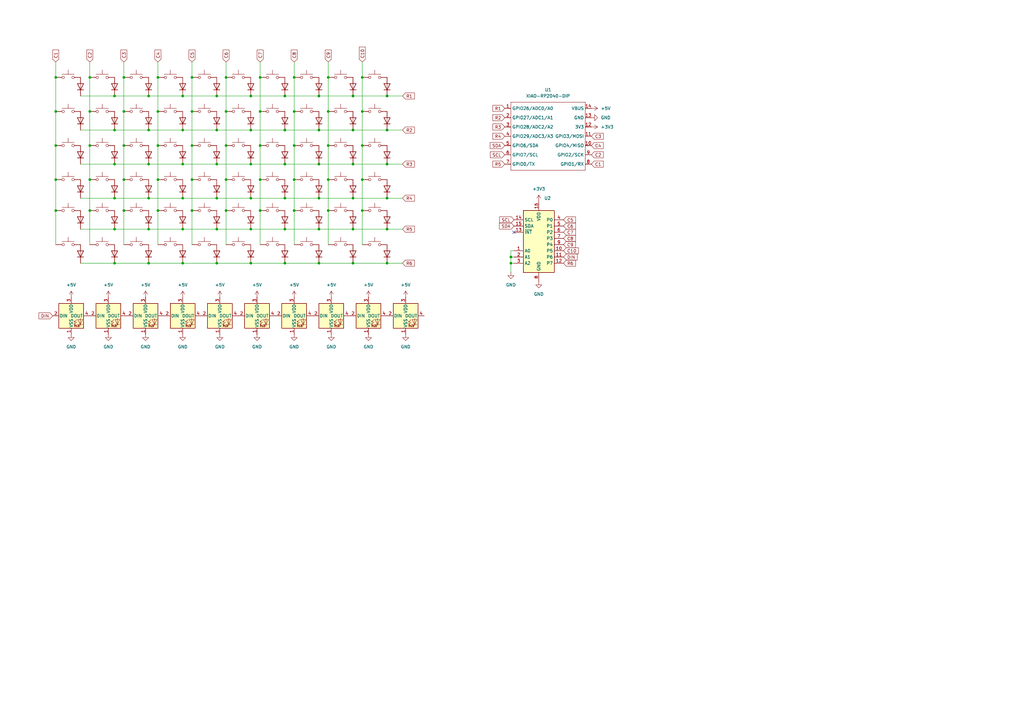
<source format=kicad_sch>
(kicad_sch (version 20231120) (generator "eeschema") (generator_version "8.0")
  (paper "A3")
  (junction (at 148.59 86.36))
  (junction (at 88.9 93.98))
  (junction (at 130.81 39.37))
  (junction (at 64.77 45.72))
  (junction (at 22.86 31.75))
  (junction (at 22.86 86.36))
  (junction (at 64.77 59.69))
  (junction (at 46.99 81.28))
  (junction (at 158.75 67.31))
  (junction (at 74.93 53.34))
  (junction (at 60.96 67.31))
  (junction (at 116.84 107.95))
  (junction (at 148.59 73.66))
  (junction (at 22.86 45.72))
  (junction (at 36.83 45.72))
  (junction (at 134.62 59.69))
  (junction (at 116.84 67.31))
  (junction (at 158.75 81.28))
  (junction (at 64.77 73.66))
  (junction (at 78.74 45.72))
  (junction (at 116.84 39.37))
  (junction (at 158.75 53.34))
  (junction (at 60.96 107.95))
  (junction (at 209.55 105.41))
  (junction (at 158.75 93.98))
  (junction (at 74.93 39.37))
  (junction (at 50.8 59.69))
  (junction (at 88.9 39.37))
  (junction (at 64.77 86.36))
  (junction (at 46.99 67.31))
  (junction (at 36.83 73.66))
  (junction (at 102.87 107.95))
  (junction (at 46.99 93.98))
  (junction (at 102.87 81.28))
  (junction (at 36.83 59.69))
  (junction (at 60.96 53.34))
  (junction (at 88.9 81.28))
  (junction (at 46.99 39.37))
  (junction (at 120.65 31.75))
  (junction (at 120.65 73.66))
  (junction (at 92.71 31.75))
  (junction (at 78.74 86.36))
  (junction (at 106.68 59.69))
  (junction (at 130.81 53.34))
  (junction (at 22.86 73.66))
  (junction (at 36.83 86.36))
  (junction (at 134.62 45.72))
  (junction (at 144.78 67.31))
  (junction (at 88.9 107.95))
  (junction (at 36.83 31.75))
  (junction (at 92.71 73.66))
  (junction (at 144.78 107.95))
  (junction (at 78.74 59.69))
  (junction (at 130.81 81.28))
  (junction (at 120.65 86.36))
  (junction (at 74.93 93.98))
  (junction (at 64.77 31.75))
  (junction (at 106.68 86.36))
  (junction (at 106.68 45.72))
  (junction (at 74.93 67.31))
  (junction (at 130.81 107.95))
  (junction (at 22.86 59.69))
  (junction (at 106.68 31.75))
  (junction (at 158.75 39.37))
  (junction (at 116.84 81.28))
  (junction (at 130.81 67.31))
  (junction (at 60.96 81.28))
  (junction (at 102.87 93.98))
  (junction (at 50.8 86.36))
  (junction (at 134.62 31.75))
  (junction (at 46.99 53.34))
  (junction (at 50.8 45.72))
  (junction (at 106.68 73.66))
  (junction (at 74.93 81.28))
  (junction (at 92.71 45.72))
  (junction (at 144.78 81.28))
  (junction (at 116.84 53.34))
  (junction (at 144.78 53.34))
  (junction (at 92.71 86.36))
  (junction (at 144.78 39.37))
  (junction (at 92.71 59.69))
  (junction (at 134.62 73.66))
  (junction (at 102.87 39.37))
  (junction (at 116.84 93.98))
  (junction (at 144.78 93.98))
  (junction (at 158.75 107.95))
  (junction (at 78.74 73.66))
  (junction (at 88.9 53.34))
  (junction (at 148.59 31.75))
  (junction (at 209.55 107.95))
  (junction (at 46.99 107.95))
  (junction (at 120.65 45.72))
  (junction (at 148.59 59.69))
  (junction (at 130.81 93.98))
  (junction (at 102.87 53.34))
  (junction (at 120.65 59.69))
  (junction (at 78.74 31.75))
  (junction (at 148.59 45.72))
  (junction (at 60.96 93.98))
  (junction (at 88.9 67.31))
  (junction (at 50.8 31.75))
  (junction (at 50.8 73.66))
  (junction (at 74.93 107.95))
  (junction (at 102.87 67.31))
  (junction (at 60.96 39.37))
  (junction (at 134.62 86.36))
  (no_connect (at 210.82 95.25))
  (wire (pts (xy 74.93 81.28) (xy 88.9 81.28)))
  (wire (pts (xy 22.86 45.72) (xy 22.86 59.69)))
  (wire (pts (xy 33.02 53.34) (xy 46.99 53.34)))
  (wire (pts (xy 88.9 107.95) (xy 102.87 107.95)))
  (wire (pts (xy 78.74 25.4) (xy 78.74 31.75)))
  (wire (pts (xy 64.77 31.75) (xy 64.77 45.72)))
  (wire (pts (xy 130.81 53.34) (xy 144.78 53.34)))
  (wire (pts (xy 36.83 45.72) (xy 36.83 59.69)))
  (wire (pts (xy 144.78 107.95) (xy 158.75 107.95)))
  (wire (pts (xy 144.78 81.28) (xy 158.75 81.28)))
  (wire (pts (xy 148.59 86.36) (xy 148.59 100.33)))
  (wire (pts (xy 50.8 31.75) (xy 50.8 45.72)))
  (wire (pts (xy 148.59 45.72) (xy 148.59 59.69)))
  (wire (pts (xy 46.99 39.37) (xy 60.96 39.37)))
  (wire (pts (xy 134.62 73.66) (xy 134.62 86.36)))
  (wire (pts (xy 106.68 31.75) (xy 106.68 45.72)))
  (wire (pts (xy 144.78 93.98) (xy 158.75 93.98)))
  (wire (pts (xy 50.8 73.66) (xy 50.8 86.36)))
  (wire (pts (xy 33.02 107.95) (xy 46.99 107.95)))
  (wire (pts (xy 64.77 73.66) (xy 64.77 86.36)))
  (wire (pts (xy 50.8 59.69) (xy 50.8 73.66)))
  (wire (pts (xy 158.75 39.37) (xy 165.1 39.37)))
  (wire (pts (xy 120.65 73.66) (xy 120.65 86.36)))
  (wire (pts (xy 120.65 31.75) (xy 120.65 45.72)))
  (wire (pts (xy 46.99 81.28) (xy 60.96 81.28)))
  (wire (pts (xy 88.9 81.28) (xy 102.87 81.28)))
  (wire (pts (xy 36.83 86.36) (xy 36.83 100.33)))
  (wire (pts (xy 148.59 25.4) (xy 148.59 31.75)))
  (wire (pts (xy 92.71 31.75) (xy 92.71 45.72)))
  (wire (pts (xy 209.55 102.87) (xy 210.82 102.87)))
  (wire (pts (xy 60.96 107.95) (xy 74.93 107.95)))
  (wire (pts (xy 60.96 39.37) (xy 74.93 39.37)))
  (wire (pts (xy 130.81 107.95) (xy 144.78 107.95)))
  (wire (pts (xy 74.93 53.34) (xy 88.9 53.34)))
  (wire (pts (xy 116.84 39.37) (xy 130.81 39.37)))
  (wire (pts (xy 22.86 86.36) (xy 22.86 100.33)))
  (wire (pts (xy 78.74 31.75) (xy 78.74 45.72)))
  (wire (pts (xy 36.83 31.75) (xy 36.83 45.72)))
  (wire (pts (xy 50.8 45.72) (xy 50.8 59.69)))
  (wire (pts (xy 134.62 59.69) (xy 134.62 73.66)))
  (wire (pts (xy 106.68 25.4) (xy 106.68 31.75)))
  (wire (pts (xy 36.83 73.66) (xy 36.83 86.36)))
  (wire (pts (xy 158.75 93.98) (xy 165.1 93.98)))
  (wire (pts (xy 120.65 25.4) (xy 120.65 31.75)))
  (wire (pts (xy 116.84 81.28) (xy 130.81 81.28)))
  (wire (pts (xy 148.59 59.69) (xy 148.59 73.66)))
  (wire (pts (xy 92.71 73.66) (xy 92.71 86.36)))
  (wire (pts (xy 102.87 67.31) (xy 116.84 67.31)))
  (wire (pts (xy 74.93 107.95) (xy 88.9 107.95)))
  (wire (pts (xy 120.65 86.36) (xy 120.65 100.33)))
  (wire (pts (xy 102.87 39.37) (xy 116.84 39.37)))
  (wire (pts (xy 22.86 73.66) (xy 22.86 86.36)))
  (wire (pts (xy 116.84 107.95) (xy 130.81 107.95)))
  (wire (pts (xy 60.96 53.34) (xy 74.93 53.34)))
  (wire (pts (xy 134.62 31.75) (xy 134.62 45.72)))
  (wire (pts (xy 116.84 53.34) (xy 130.81 53.34)))
  (wire (pts (xy 148.59 73.66) (xy 148.59 86.36)))
  (wire (pts (xy 130.81 93.98) (xy 144.78 93.98)))
  (wire (pts (xy 50.8 25.4) (xy 50.8 31.75)))
  (wire (pts (xy 106.68 59.69) (xy 106.68 73.66)))
  (wire (pts (xy 209.55 105.41) (xy 210.82 105.41)))
  (wire (pts (xy 22.86 31.75) (xy 22.86 45.72)))
  (wire (pts (xy 134.62 25.4) (xy 134.62 31.75)))
  (wire (pts (xy 102.87 53.34) (xy 116.84 53.34)))
  (wire (pts (xy 158.75 67.31) (xy 165.1 67.31)))
  (wire (pts (xy 209.55 102.87) (xy 209.55 105.41)))
  (wire (pts (xy 134.62 86.36) (xy 134.62 100.33)))
  (wire (pts (xy 120.65 59.69) (xy 120.65 73.66)))
  (wire (pts (xy 209.55 105.41) (xy 209.55 107.95)))
  (wire (pts (xy 33.02 39.37) (xy 46.99 39.37)))
  (wire (pts (xy 46.99 93.98) (xy 60.96 93.98)))
  (wire (pts (xy 50.8 86.36) (xy 50.8 100.33)))
  (wire (pts (xy 158.75 81.28) (xy 165.1 81.28)))
  (wire (pts (xy 78.74 59.69) (xy 78.74 73.66)))
  (wire (pts (xy 144.78 39.37) (xy 158.75 39.37)))
  (wire (pts (xy 116.84 93.98) (xy 130.81 93.98)))
  (wire (pts (xy 92.71 25.4) (xy 92.71 31.75)))
  (wire (pts (xy 78.74 86.36) (xy 78.74 100.33)))
  (wire (pts (xy 46.99 53.34) (xy 60.96 53.34)))
  (wire (pts (xy 106.68 73.66) (xy 106.68 86.36)))
  (wire (pts (xy 60.96 81.28) (xy 74.93 81.28)))
  (wire (pts (xy 64.77 45.72) (xy 64.77 59.69)))
  (wire (pts (xy 148.59 31.75) (xy 148.59 45.72)))
  (wire (pts (xy 130.81 67.31) (xy 144.78 67.31)))
  (wire (pts (xy 158.75 107.95) (xy 165.1 107.95)))
  (wire (pts (xy 74.93 39.37) (xy 88.9 39.37)))
  (wire (pts (xy 144.78 53.34) (xy 158.75 53.34)))
  (wire (pts (xy 60.96 67.31) (xy 74.93 67.31)))
  (wire (pts (xy 209.55 107.95) (xy 210.82 107.95)))
  (wire (pts (xy 33.02 81.28) (xy 46.99 81.28)))
  (wire (pts (xy 33.02 67.31) (xy 46.99 67.31)))
  (wire (pts (xy 60.96 93.98) (xy 74.93 93.98)))
  (wire (pts (xy 88.9 93.98) (xy 102.87 93.98)))
  (wire (pts (xy 102.87 81.28) (xy 116.84 81.28)))
  (wire (pts (xy 33.02 93.98) (xy 46.99 93.98)))
  (wire (pts (xy 22.86 25.4) (xy 22.86 31.75)))
  (wire (pts (xy 130.81 81.28) (xy 144.78 81.28)))
  (wire (pts (xy 88.9 67.31) (xy 102.87 67.31)))
  (wire (pts (xy 102.87 93.98) (xy 116.84 93.98)))
  (wire (pts (xy 64.77 86.36) (xy 64.77 100.33)))
  (wire (pts (xy 209.55 107.95) (xy 209.55 111.76)))
  (wire (pts (xy 74.93 67.31) (xy 88.9 67.31)))
  (wire (pts (xy 88.9 39.37) (xy 102.87 39.37)))
  (wire (pts (xy 78.74 45.72) (xy 78.74 59.69)))
  (wire (pts (xy 92.71 86.36) (xy 92.71 100.33)))
  (wire (pts (xy 36.83 25.4) (xy 36.83 31.75)))
  (wire (pts (xy 64.77 25.4) (xy 64.77 31.75)))
  (wire (pts (xy 36.83 59.69) (xy 36.83 73.66)))
  (wire (pts (xy 22.86 59.69) (xy 22.86 73.66)))
  (wire (pts (xy 64.77 59.69) (xy 64.77 73.66)))
  (wire (pts (xy 144.78 67.31) (xy 158.75 67.31)))
  (wire (pts (xy 158.75 53.34) (xy 165.1 53.34)))
  (wire (pts (xy 120.65 45.72) (xy 120.65 59.69)))
  (wire (pts (xy 78.74 73.66) (xy 78.74 86.36)))
  (wire (pts (xy 88.9 53.34) (xy 102.87 53.34)))
  (wire (pts (xy 106.68 45.72) (xy 106.68 59.69)))
  (wire (pts (xy 74.93 93.98) (xy 88.9 93.98)))
  (wire (pts (xy 130.81 39.37) (xy 144.78 39.37)))
  (wire (pts (xy 46.99 67.31) (xy 60.96 67.31)))
  (wire (pts (xy 92.71 59.69) (xy 92.71 73.66)))
  (wire (pts (xy 116.84 67.31) (xy 130.81 67.31)))
  (wire (pts (xy 46.99 107.95) (xy 60.96 107.95)))
  (wire (pts (xy 102.87 107.95) (xy 116.84 107.95)))
  (wire (pts (xy 106.68 86.36) (xy 106.68 100.33)))
  (wire (pts (xy 92.71 45.72) (xy 92.71 59.69)))
  (wire (pts (xy 134.62 45.72) (xy 134.62 59.69)))
  (global_label "C5" (shape input) (at 78.74 25.4 90) (property "Intersheetrefs" "${INTERSHEET_REFS}" (effects (hide yes))))
  (global_label "R2" (shape input) (at 207.01 48.26 180) (property "Intersheetrefs" "${INTERSHEET_REFS}" (effects (hide yes))))
  (global_label "C2" (shape input) (at 242.57 63.5 0) (property "Intersheetrefs" "${INTERSHEET_REFS}" (effects (hide yes))))
  (global_label "C1" (shape input) (at 22.86 25.4 90) (property "Intersheetrefs" "${INTERSHEET_REFS}" (effects (hide yes))))
  (global_label "C10" (shape input) (at 148.59 25.4 90) (property "Intersheetrefs" "${INTERSHEET_REFS}" (effects (hide yes))))
  (global_label "C7" (shape input) (at 231.14 95.25 0) (property "Intersheetrefs" "${INTERSHEET_REFS}" (effects (hide yes))))
  (global_label "R3" (shape input) (at 165.1 67.31 0) (property "Intersheetrefs" "${INTERSHEET_REFS}" (effects (hide yes))))
  (global_label "C3" (shape input) (at 242.57 55.88 0) (property "Intersheetrefs" "${INTERSHEET_REFS}" (effects (hide yes))))
  (global_label "R6" (shape input) (at 231.14 107.95 0) (property "Intersheetrefs" "${INTERSHEET_REFS}" (effects (hide yes))))
  (global_label "C6" (shape input) (at 92.71 25.4 90) (property "Intersheetrefs" "${INTERSHEET_REFS}" (effects (hide yes))))
  (global_label "R4" (shape input) (at 207.01 55.88 180) (property "Intersheetrefs" "${INTERSHEET_REFS}" (effects (hide yes))))
  (global_label "C8" (shape input) (at 231.14 97.79 0) (property "Intersheetrefs" "${INTERSHEET_REFS}" (effects (hide yes))))
  (global_label "DIN" (shape input) (at 21.59 129.54 180) (property "Intersheetrefs" "${INTERSHEET_REFS}" (effects (hide yes))))
  (global_label "C8" (shape input) (at 120.65 25.4 90) (property "Intersheetrefs" "${INTERSHEET_REFS}" (effects (hide yes))))
  (global_label "R6" (shape input) (at 165.1 107.95 0) (property "Intersheetrefs" "${INTERSHEET_REFS}" (effects (hide yes))))
  (global_label "C7" (shape input) (at 106.68 25.4 90) (property "Intersheetrefs" "${INTERSHEET_REFS}" (effects (hide yes))))
  (global_label "C10" (shape input) (at 231.14 102.87 0) (property "Intersheetrefs" "${INTERSHEET_REFS}" (effects (hide yes))))
  (global_label "C3" (shape input) (at 50.8 25.4 90) (property "Intersheetrefs" "${INTERSHEET_REFS}" (effects (hide yes))))
  (global_label "C4" (shape input) (at 64.77 25.4 90) (property "Intersheetrefs" "${INTERSHEET_REFS}" (effects (hide yes))))
  (global_label "R5" (shape input) (at 207.01 67.31 180) (property "Intersheetrefs" "${INTERSHEET_REFS}" (effects (hide yes))))
  (global_label "C6" (shape input) (at 231.14 92.71 0) (property "Intersheetrefs" "${INTERSHEET_REFS}" (effects (hide yes))))
  (global_label "C9" (shape input) (at 231.14 100.33 0) (property "Intersheetrefs" "${INTERSHEET_REFS}" (effects (hide yes))))
  (global_label "SDA" (shape input) (at 207.01 59.69 180) (property "Intersheetrefs" "${INTERSHEET_REFS}" (effects (hide yes))))
  (global_label "SCL" (shape input) (at 207.01 63.5 180) (property "Intersheetrefs" "${INTERSHEET_REFS}" (effects (hide yes))))
  (global_label "R3" (shape input) (at 207.01 52.07 180) (property "Intersheetrefs" "${INTERSHEET_REFS}" (effects (hide yes))))
  (global_label "R2" (shape input) (at 165.1 53.34 0) (property "Intersheetrefs" "${INTERSHEET_REFS}" (effects (hide yes))))
  (global_label "SCL" (shape input) (at 210.82 90.17 180) (property "Intersheetrefs" "${INTERSHEET_REFS}" (effects (hide yes))))
  (global_label "R4" (shape input) (at 165.1 81.28 0) (property "Intersheetrefs" "${INTERSHEET_REFS}" (effects (hide yes))))
  (global_label "C1" (shape input) (at 242.57 67.31 0) (property "Intersheetrefs" "${INTERSHEET_REFS}" (effects (hide yes))))
  (global_label "C9" (shape input) (at 134.62 25.4 90) (property "Intersheetrefs" "${INTERSHEET_REFS}" (effects (hide yes))))
  (global_label "C2" (shape input) (at 36.83 25.4 90) (property "Intersheetrefs" "${INTERSHEET_REFS}" (effects (hide yes))))
  (global_label "SDA" (shape input) (at 210.82 92.71 180) (property "Intersheetrefs" "${INTERSHEET_REFS}" (effects (hide yes))))
  (global_label "R5" (shape input) (at 165.1 93.98 0) (property "Intersheetrefs" "${INTERSHEET_REFS}" (effects (hide yes))))
  (global_label "DIN" (shape input) (at 231.14 105.41 0) (property "Intersheetrefs" "${INTERSHEET_REFS}" (effects (hide yes))))
  (global_label "R1" (shape input) (at 165.1 39.37 0) (property "Intersheetrefs" "${INTERSHEET_REFS}" (effects (hide yes))))
  (global_label "R1" (shape input) (at 207.01 44.45 180) (property "Intersheetrefs" "${INTERSHEET_REFS}" (effects (hide yes))))
  (global_label "C4" (shape input) (at 242.57 59.69 0) (property "Intersheetrefs" "${INTERSHEET_REFS}" (effects (hide yes))))
  (global_label "C5" (shape input) (at 231.14 90.17 0) (property "Intersheetrefs" "${INTERSHEET_REFS}" (effects (hide yes))))
  (symbol (lib_id "Switch:SW_Push") (at 139.7 45.72 0) (unit 1)
    (property "Reference" "SW42" (effects (hide yes)))
    (property "Value" "SW_Push" (effects (hide yes)))
    (property "Footprint" "button:SW_B3U-1000P" (effects (hide yes)))
    (property "Description" "Push button switch, generic, two pins" (effects (hide yes)))
  )
  (symbol (lib_id "Device:D") (at 116.84 63.5 90) (unit 1)
    (property "Reference" "D33" (effects (hide yes)))
    (property "Value" "D" (effects (hide yes)))
    (property "Footprint" "Diode_SMD:D_0402_1005Metric" (effects (hide yes)))
    (property "Description" "Diode" (effects (hide yes)))
    (property "Sim.Device" "D" (effects (hide yes)))
    (property "Sim.Pins" "1=K 2=A" (effects (hide yes)))
  )
  (symbol (lib_id "Switch:SW_Push") (at 111.76 31.75 0) (unit 1)
    (property "Reference" "SW31" (effects (hide yes)))
    (property "Value" "SW_Push" (effects (hide yes)))
    (property "Footprint" "button:SW_B3U-1000P" (effects (hide yes)))
    (property "Description" "Push button switch, generic, two pins" (effects (hide yes)))
  )
  (symbol (lib_id "Switch:SW_Push") (at 111.76 100.33 0) (unit 1)
    (property "Reference" "SW57" (effects (hide yes)))
    (property "Value" "SW_Push" (effects (hide yes)))
    (property "Footprint" "button:SW_B3U-1000P" (effects (hide yes)))
    (property "Description" "Push button switch, generic, two pins" (effects (hide yes)))
  )
  (symbol (lib_id "Switch:SW_Push") (at 55.88 59.69 0) (unit 1)
    (property "Reference" "SW13" (effects (hide yes)))
    (property "Value" "SW_Push" (effects (hide yes)))
    (property "Footprint" "button:SW_B3U-1000P" (effects (hide yes)))
    (property "Description" "Push button switch, generic, two pins" (effects (hide yes)))
  )
  (symbol (lib_id "Device:D") (at 144.78 90.17 90) (unit 1)
    (property "Reference" "D45" (effects (hide yes)))
    (property "Value" "D" (effects (hide yes)))
    (property "Footprint" "Diode_SMD:D_0402_1005Metric" (effects (hide yes)))
    (property "Description" "Diode" (effects (hide yes)))
    (property "Sim.Device" "D" (effects (hide yes)))
    (property "Sim.Pins" "1=K 2=A" (effects (hide yes)))
  )
  (symbol (lib_id "Switch:SW_Push") (at 153.67 31.75 0) (unit 1)
    (property "Reference" "SW46" (effects (hide yes)))
    (property "Value" "SW_Push" (effects (hide yes)))
    (property "Footprint" "button:SW_B3U-1000P" (effects (hide yes)))
    (property "Description" "Push button switch, generic, two pins" (effects (hide yes)))
  )
  (symbol (lib_id "Switch:SW_Push") (at 97.79 31.75 0) (unit 1)
    (property "Reference" "SW26" (effects (hide yes)))
    (property "Value" "SW_Push" (effects (hide yes)))
    (property "Footprint" "button:SW_B3U-1000P" (effects (hide yes)))
    (property "Description" "Push button switch, generic, two pins" (effects (hide yes)))
  )
  (symbol (lib_id "Device:D") (at 74.93 90.17 90) (unit 1)
    (property "Reference" "D20" (effects (hide yes)))
    (property "Value" "D" (effects (hide yes)))
    (property "Footprint" "Diode_SMD:D_0402_1005Metric" (effects (hide yes)))
    (property "Description" "Diode" (effects (hide yes)))
    (property "Sim.Device" "D" (effects (hide yes)))
    (property "Sim.Pins" "1=K 2=A" (effects (hide yes)))
  )
  (symbol (lib_id "power:+5V") (at 242.57 44.45 270) (unit 1)
    (property "Reference" "#PWR06" (effects (hide yes)))
    (property "Value" "+5V" (at 246.38 44.4499 90) (effects (justify left)))
    (property "Description" "Power symbol creates a global label with name \"+5V\"" (effects (hide yes)))
  )
  (symbol (lib_id "power:+5V") (at 90.17 121.92 0) (unit 1)
    (property "Reference" "#PWR015" (effects (hide yes)))
    (property "Value" "+5V" (at 90.17 116.84 0))
    (property "Description" "Power symbol creates a global label with name \"+5V\"" (effects (hide yes)))
  )
  (symbol (lib_id "Device:D") (at 74.93 35.56 90) (unit 1)
    (property "Reference" "D16" (effects (hide yes)))
    (property "Value" "D" (effects (hide yes)))
    (property "Footprint" "Diode_SMD:D_0402_1005Metric" (effects (hide yes)))
    (property "Description" "Diode" (effects (hide yes)))
    (property "Sim.Device" "D" (effects (hide yes)))
    (property "Sim.Pins" "1=K 2=A" (effects (hide yes)))
  )
  (symbol (lib_id "Switch:SW_Push") (at 153.67 73.66 0) (unit 1)
    (property "Reference" "SW49" (effects (hide yes)))
    (property "Value" "SW_Push" (effects (hide yes)))
    (property "Footprint" "button:SW_B3U-1000P" (effects (hide yes)))
    (property "Description" "Push button switch, generic, two pins" (effects (hide yes)))
  )
  (symbol (lib_id "Switch:SW_Push") (at 41.91 73.66 0) (unit 1)
    (property "Reference" "SW9" (effects (hide yes)))
    (property "Value" "SW_Push" (effects (hide yes)))
    (property "Footprint" "button:SW_B3U-1000P" (effects (hide yes)))
    (property "Description" "Push button switch, generic, two pins" (effects (hide yes)))
  )
  (symbol (lib_id "power:GND") (at 44.45 137.16 0) (unit 1)
    (property "Reference" "#PWR09" (effects (hide yes)))
    (property "Value" "GND" (at 44.45 142.24 0))
    (property "Description" "Power symbol creates a global label with name \"GND\" , ground" (effects (hide yes)))
  )
  (symbol (lib_id "Device:D") (at 33.02 90.17 90) (unit 1)
    (property "Reference" "D5" (effects (hide yes)))
    (property "Value" "D" (effects (hide yes)))
    (property "Footprint" "Diode_SMD:D_0402_1005Metric" (effects (hide yes)))
    (property "Description" "Diode" (effects (hide yes)))
    (property "Sim.Device" "D" (effects (hide yes)))
    (property "Sim.Pins" "1=K 2=A" (effects (hide yes)))
  )
  (symbol (lib_id "Device:D") (at 60.96 90.17 90) (unit 1)
    (property "Reference" "D15" (effects (hide yes)))
    (property "Value" "D" (effects (hide yes)))
    (property "Footprint" "Diode_SMD:D_0402_1005Metric" (effects (hide yes)))
    (property "Description" "Diode" (effects (hide yes)))
    (property "Sim.Device" "D" (effects (hide yes)))
    (property "Sim.Pins" "1=K 2=A" (effects (hide yes)))
  )
  (symbol (lib_id "Switch:SW_Push") (at 111.76 73.66 0) (unit 1)
    (property "Reference" "SW34" (effects (hide yes)))
    (property "Value" "SW_Push" (effects (hide yes)))
    (property "Footprint" "button:SW_B3U-1000P" (effects (hide yes)))
    (property "Description" "Push button switch, generic, two pins" (effects (hide yes)))
  )
  (symbol (lib_id "power:GND") (at 74.93 137.16 0) (unit 1)
    (property "Reference" "#PWR014" (effects (hide yes)))
    (property "Value" "GND" (at 74.93 142.24 0))
    (property "Description" "Power symbol creates a global label with name \"GND\" , ground" (effects (hide yes)))
  )
  (symbol (lib_id "power:+5V") (at 135.89 121.92 0) (unit 1)
    (property "Reference" "#PWR021" (effects (hide yes)))
    (property "Value" "+5V" (at 135.89 116.84 0))
    (property "Description" "Power symbol creates a global label with name \"+5V\"" (effects (hide yes)))
  )
  (symbol (lib_id "Switch:SW_Push") (at 125.73 31.75 0) (unit 1)
    (property "Reference" "SW36" (effects (hide yes)))
    (property "Value" "SW_Push" (effects (hide yes)))
    (property "Footprint" "button:SW_B3U-1000P" (effects (hide yes)))
    (property "Description" "Push button switch, generic, two pins" (effects (hide yes)))
  )
  (symbol (lib_id "Seeed_Studio_XIAO_Series:XIAO-RP2040-DIP") (at 210.82 39.37 0) (unit 1)
    (property "Reference" "U1" (at 224.79 36.83 0))
    (property "Value" "XIAO-RP2040-DIP" (at 224.79 39.37 0))
    (property "Footprint" "xiao:XIAO-RP2040-DIP" (effects (hide yes)))
  )
  (symbol (lib_id "Switch:SW_Push") (at 27.94 73.66 0) (unit 1)
    (property "Reference" "SW4" (effects (hide yes)))
    (property "Value" "SW_Push" (effects (hide yes)))
    (property "Footprint" "button:SW_B3U-1000P" (effects (hide yes)))
    (property "Description" "Push button switch, generic, two pins" (effects (hide yes)))
  )
  (symbol (lib_id "Switch:SW_Push") (at 111.76 86.36 0) (unit 1)
    (property "Reference" "SW35" (effects (hide yes)))
    (property "Value" "SW_Push" (effects (hide yes)))
    (property "Footprint" "button:SW_B3U-1000P" (effects (hide yes)))
    (property "Description" "Push button switch, generic, two pins" (effects (hide yes)))
  )
  (symbol (lib_id "Device:D") (at 60.96 49.53 90) (unit 1)
    (property "Reference" "D12" (effects (hide yes)))
    (property "Value" "D" (effects (hide yes)))
    (property "Footprint" "Diode_SMD:D_0402_1005Metric" (effects (hide yes)))
    (property "Description" "Diode" (effects (hide yes)))
    (property "Sim.Device" "D" (effects (hide yes)))
    (property "Sim.Pins" "1=K 2=A" (effects (hide yes)))
  )
  (symbol (lib_id "Device:D") (at 130.81 77.47 90) (unit 1)
    (property "Reference" "D39" (effects (hide yes)))
    (property "Value" "D" (effects (hide yes)))
    (property "Footprint" "Diode_SMD:D_0402_1005Metric" (effects (hide yes)))
    (property "Description" "Diode" (effects (hide yes)))
    (property "Sim.Device" "D" (effects (hide yes)))
    (property "Sim.Pins" "1=K 2=A" (effects (hide yes)))
  )
  (symbol (lib_id "Device:D") (at 116.84 77.47 90) (unit 1)
    (property "Reference" "D34" (effects (hide yes)))
    (property "Value" "D" (effects (hide yes)))
    (property "Footprint" "Diode_SMD:D_0402_1005Metric" (effects (hide yes)))
    (property "Description" "Diode" (effects (hide yes)))
    (property "Sim.Device" "D" (effects (hide yes)))
    (property "Sim.Pins" "1=K 2=A" (effects (hide yes)))
  )
  (symbol (lib_id "Switch:SW_Push") (at 139.7 86.36 0) (unit 1)
    (property "Reference" "SW45" (effects (hide yes)))
    (property "Value" "SW_Push" (effects (hide yes)))
    (property "Footprint" "button:SW_B3U-1000P" (effects (hide yes)))
    (property "Description" "Push button switch, generic, two pins" (effects (hide yes)))
  )
  (symbol (lib_id "LED:SK6812") (at 44.45 129.54 0) (unit 1)
    (property "Reference" "D52" (effects (hide yes)))
    (property "Value" "SK6812" (effects (hide yes)))
    (property "Footprint" "LED_SMD:LED_SK6812_PLCC4_5.0x5.0mm_P3.2mm" (effects (hide yes)))
    (property "Datasheet" "https://cdn-shop.adafruit.com/product-files/1138/SK6812+LED+datasheet+.pdf" (effects (hide yes)))
    (property "Description" "RGB LED with integrated controller" (effects (hide yes)))
  )
  (symbol (lib_id "Device:D") (at 88.9 104.14 90) (unit 1)
    (property "Reference" "D65" (effects (hide yes)))
    (property "Value" "D" (effects (hide yes)))
    (property "Footprint" "Diode_SMD:D_0402_1005Metric" (effects (hide yes)))
    (property "Description" "Diode" (effects (hide yes)))
    (property "Sim.Device" "D" (effects (hide yes)))
    (property "Sim.Pins" "1=K 2=A" (effects (hide yes)))
  )
  (symbol (lib_id "Device:D") (at 88.9 49.53 90) (unit 1)
    (property "Reference" "D22" (effects (hide yes)))
    (property "Value" "D" (effects (hide yes)))
    (property "Footprint" "Diode_SMD:D_0402_1005Metric" (effects (hide yes)))
    (property "Description" "Diode" (effects (hide yes)))
    (property "Sim.Device" "D" (effects (hide yes)))
    (property "Sim.Pins" "1=K 2=A" (effects (hide yes)))
  )
  (symbol (lib_id "Switch:SW_Push") (at 55.88 73.66 0) (unit 1)
    (property "Reference" "SW14" (effects (hide yes)))
    (property "Value" "SW_Push" (effects (hide yes)))
    (property "Footprint" "button:SW_B3U-1000P" (effects (hide yes)))
    (property "Description" "Push button switch, generic, two pins" (effects (hide yes)))
  )
  (symbol (lib_id "LED:SK6812") (at 105.41 129.54 0) (unit 1)
    (property "Reference" "D56" (effects (hide yes)))
    (property "Value" "SK6812" (effects (hide yes)))
    (property "Footprint" "LED_SMD:LED_SK6812_PLCC4_5.0x5.0mm_P3.2mm" (effects (hide yes)))
    (property "Datasheet" "https://cdn-shop.adafruit.com/product-files/1138/SK6812+LED+datasheet+.pdf" (effects (hide yes)))
    (property "Description" "RGB LED with integrated controller" (effects (hide yes)))
  )
  (symbol (lib_id "Switch:SW_Push") (at 125.73 100.33 0) (unit 1)
    (property "Reference" "SW58" (effects (hide yes)))
    (property "Value" "SW_Push" (effects (hide yes)))
    (property "Footprint" "button:SW_B3U-1000P" (effects (hide yes)))
    (property "Description" "Push button switch, generic, two pins" (effects (hide yes)))
  )
  (symbol (lib_id "LED:SK6812") (at 59.69 129.54 0) (unit 1)
    (property "Reference" "D53" (effects (hide yes)))
    (property "Value" "SK6812" (effects (hide yes)))
    (property "Footprint" "LED_SMD:LED_SK6812_PLCC4_5.0x5.0mm_P3.2mm" (effects (hide yes)))
    (property "Datasheet" "https://cdn-shop.adafruit.com/product-files/1138/SK6812+LED+datasheet+.pdf" (effects (hide yes)))
    (property "Description" "RGB LED with integrated controller" (effects (hide yes)))
  )
  (symbol (lib_id "power:GND") (at 166.37 137.16 0) (unit 1)
    (property "Reference" "#PWR026" (effects (hide yes)))
    (property "Value" "GND" (at 166.37 142.24 0))
    (property "Description" "Power symbol creates a global label with name \"GND\" , ground" (effects (hide yes)))
  )
  (symbol (lib_id "Device:D") (at 60.96 77.47 90) (unit 1)
    (property "Reference" "D14" (effects (hide yes)))
    (property "Value" "D" (effects (hide yes)))
    (property "Footprint" "Diode_SMD:D_0402_1005Metric" (effects (hide yes)))
    (property "Description" "Diode" (effects (hide yes)))
    (property "Sim.Device" "D" (effects (hide yes)))
    (property "Sim.Pins" "1=K 2=A" (effects (hide yes)))
  )
  (symbol (lib_id "power:+3V3") (at 220.98 82.55 0) (unit 1)
    (property "Reference" "#PWR04" (effects (hide yes)))
    (property "Value" "+3V3" (at 220.98 77.47 0))
    (property "Description" "Power symbol creates a global label with name \"+3V3\"" (effects (hide yes)))
  )
  (symbol (lib_id "Switch:SW_Push") (at 97.79 73.66 0) (unit 1)
    (property "Reference" "SW29" (effects (hide yes)))
    (property "Value" "SW_Push" (effects (hide yes)))
    (property "Footprint" "button:SW_B3U-1000P" (effects (hide yes)))
    (property "Description" "Push button switch, generic, two pins" (effects (hide yes)))
  )
  (symbol (lib_id "power:GND") (at 120.65 137.16 0) (unit 1)
    (property "Reference" "#PWR020" (effects (hide yes)))
    (property "Value" "GND" (at 120.65 142.24 0))
    (property "Description" "Power symbol creates a global label with name \"GND\" , ground" (effects (hide yes)))
  )
  (symbol (lib_id "power:GND") (at 59.69 137.16 0) (unit 1)
    (property "Reference" "#PWR012" (effects (hide yes)))
    (property "Value" "GND" (at 59.69 142.24 0))
    (property "Description" "Power symbol creates a global label with name \"GND\" , ground" (effects (hide yes)))
  )
  (symbol (lib_id "power:GND") (at 242.57 48.26 90) (unit 1)
    (property "Reference" "#PWR05" (effects (hide yes)))
    (property "Value" "GND" (at 246.38 48.2599 90) (effects (justify right)))
    (property "Description" "Power symbol creates a global label with name \"GND\" , ground" (effects (hide yes)))
  )
  (symbol (lib_id "power:+5V") (at 151.13 121.92 0) (unit 1)
    (property "Reference" "#PWR023" (effects (hide yes)))
    (property "Value" "+5V" (at 151.13 116.84 0))
    (property "Description" "Power symbol creates a global label with name \"+5V\"" (effects (hide yes)))
  )
  (symbol (lib_id "Device:D") (at 88.9 77.47 90) (unit 1)
    (property "Reference" "D24" (effects (hide yes)))
    (property "Value" "D" (effects (hide yes)))
    (property "Footprint" "Diode_SMD:D_0402_1005Metric" (effects (hide yes)))
    (property "Description" "Diode" (effects (hide yes)))
    (property "Sim.Device" "D" (effects (hide yes)))
    (property "Sim.Pins" "1=K 2=A" (effects (hide yes)))
  )
  (symbol (lib_id "Device:D") (at 102.87 63.5 90) (unit 1)
    (property "Reference" "D28" (effects (hide yes)))
    (property "Value" "D" (effects (hide yes)))
    (property "Footprint" "Diode_SMD:D_0402_1005Metric" (effects (hide yes)))
    (property "Description" "Diode" (effects (hide yes)))
    (property "Sim.Device" "D" (effects (hide yes)))
    (property "Sim.Pins" "1=K 2=A" (effects (hide yes)))
  )
  (symbol (lib_id "Device:D") (at 158.75 90.17 90) (unit 1)
    (property "Reference" "D50" (effects (hide yes)))
    (property "Value" "D" (effects (hide yes)))
    (property "Footprint" "Diode_SMD:D_0402_1005Metric" (effects (hide yes)))
    (property "Description" "Diode" (effects (hide yes)))
    (property "Sim.Device" "D" (effects (hide yes)))
    (property "Sim.Pins" "1=K 2=A" (effects (hide yes)))
  )
  (symbol (lib_id "Device:D") (at 46.99 35.56 90) (unit 1)
    (property "Reference" "D6" (effects (hide yes)))
    (property "Value" "D" (effects (hide yes)))
    (property "Footprint" "Diode_SMD:D_0402_1005Metric" (effects (hide yes)))
    (property "Description" "Diode" (effects (hide yes)))
    (property "Sim.Device" "D" (effects (hide yes)))
    (property "Sim.Pins" "1=K 2=A" (effects (hide yes)))
  )
  (symbol (lib_id "Switch:SW_Push") (at 27.94 45.72 0) (unit 1)
    (property "Reference" "SW2" (effects (hide yes)))
    (property "Value" "SW_Push" (effects (hide yes)))
    (property "Footprint" "button:SW_B3U-1000P" (effects (hide yes)))
    (property "Description" "Push button switch, generic, two pins" (effects (hide yes)))
  )
  (symbol (lib_id "Device:D") (at 102.87 90.17 90) (unit 1)
    (property "Reference" "D30" (effects (hide yes)))
    (property "Value" "D" (effects (hide yes)))
    (property "Footprint" "Diode_SMD:D_0402_1005Metric" (effects (hide yes)))
    (property "Description" "Diode" (effects (hide yes)))
    (property "Sim.Device" "D" (effects (hide yes)))
    (property "Sim.Pins" "1=K 2=A" (effects (hide yes)))
  )
  (symbol (lib_id "power:+5V") (at 44.45 121.92 0) (unit 1)
    (property "Reference" "#PWR08" (effects (hide yes)))
    (property "Value" "+5V" (at 44.45 116.84 0))
    (property "Description" "Power symbol creates a global label with name \"+5V\"" (effects (hide yes)))
  )
  (symbol (lib_id "Switch:SW_Push") (at 55.88 86.36 0) (unit 1)
    (property "Reference" "SW15" (effects (hide yes)))
    (property "Value" "SW_Push" (effects (hide yes)))
    (property "Footprint" "button:SW_B3U-1000P" (effects (hide yes)))
    (property "Description" "Push button switch, generic, two pins" (effects (hide yes)))
  )
  (symbol (lib_id "Device:D") (at 130.81 90.17 90) (unit 1)
    (property "Reference" "D40" (effects (hide yes)))
    (property "Value" "D" (effects (hide yes)))
    (property "Footprint" "Diode_SMD:D_0402_1005Metric" (effects (hide yes)))
    (property "Description" "Diode" (effects (hide yes)))
    (property "Sim.Device" "D" (effects (hide yes)))
    (property "Sim.Pins" "1=K 2=A" (effects (hide yes)))
  )
  (symbol (lib_id "Switch:SW_Push") (at 83.82 31.75 0) (unit 1)
    (property "Reference" "SW21" (effects (hide yes)))
    (property "Value" "SW_Push" (effects (hide yes)))
    (property "Footprint" "button:SW_B3U-1000P" (effects (hide yes)))
    (property "Description" "Push button switch, generic, two pins" (effects (hide yes)))
  )
  (symbol (lib_id "LED:SK6812") (at 135.89 129.54 0) (unit 1)
    (property "Reference" "D58" (effects (hide yes)))
    (property "Value" "SK6812" (effects (hide yes)))
    (property "Footprint" "LED_SMD:LED_SK6812_PLCC4_5.0x5.0mm_P3.2mm" (effects (hide yes)))
    (property "Datasheet" "https://cdn-shop.adafruit.com/product-files/1138/SK6812+LED+datasheet+.pdf" (effects (hide yes)))
    (property "Description" "RGB LED with integrated controller" (effects (hide yes)))
  )
  (symbol (lib_id "Device:D") (at 116.84 90.17 90) (unit 1)
    (property "Reference" "D35" (effects (hide yes)))
    (property "Value" "D" (effects (hide yes)))
    (property "Footprint" "Diode_SMD:D_0402_1005Metric" (effects (hide yes)))
    (property "Description" "Diode" (effects (hide yes)))
    (property "Sim.Device" "D" (effects (hide yes)))
    (property "Sim.Pins" "1=K 2=A" (effects (hide yes)))
  )
  (symbol (lib_id "Switch:SW_Push") (at 69.85 73.66 0) (unit 1)
    (property "Reference" "SW19" (effects (hide yes)))
    (property "Value" "SW_Push" (effects (hide yes)))
    (property "Footprint" "button:SW_B3U-1000P" (effects (hide yes)))
    (property "Description" "Push button switch, generic, two pins" (effects (hide yes)))
  )
  (symbol (lib_id "Switch:SW_Push") (at 125.73 59.69 0) (unit 1)
    (property "Reference" "SW38" (effects (hide yes)))
    (property "Value" "SW_Push" (effects (hide yes)))
    (property "Footprint" "button:SW_B3U-1000P" (effects (hide yes)))
    (property "Description" "Push button switch, generic, two pins" (effects (hide yes)))
  )
  (symbol (lib_id "Switch:SW_Push") (at 41.91 45.72 0) (unit 1)
    (property "Reference" "SW7" (effects (hide yes)))
    (property "Value" "SW_Push" (effects (hide yes)))
    (property "Footprint" "button:SW_B3U-1000P" (effects (hide yes)))
    (property "Description" "Push button switch, generic, two pins" (effects (hide yes)))
  )
  (symbol (lib_id "Device:D") (at 102.87 35.56 90) (unit 1)
    (property "Reference" "D26" (effects (hide yes)))
    (property "Value" "D" (effects (hide yes)))
    (property "Footprint" "Diode_SMD:D_0402_1005Metric" (effects (hide yes)))
    (property "Description" "Diode" (effects (hide yes)))
    (property "Sim.Device" "D" (effects (hide yes)))
    (property "Sim.Pins" "1=K 2=A" (effects (hide yes)))
  )
  (symbol (lib_id "power:GND") (at 209.55 111.76 0) (unit 1)
    (property "Reference" "#PWR01" (effects (hide yes)))
    (property "Value" "GND" (at 209.55 116.84 0))
    (property "Description" "Power symbol creates a global label with name \"GND\" , ground" (effects (hide yes)))
  )
  (symbol (lib_id "Switch:SW_Push") (at 139.7 100.33 0) (unit 1)
    (property "Reference" "SW59" (effects (hide yes)))
    (property "Value" "SW_Push" (effects (hide yes)))
    (property "Footprint" "button:SW_B3U-1000P" (effects (hide yes)))
    (property "Description" "Push button switch, generic, two pins" (effects (hide yes)))
  )
  (symbol (lib_id "Switch:SW_Push") (at 97.79 45.72 0) (unit 1)
    (property "Reference" "SW27" (effects (hide yes)))
    (property "Value" "SW_Push" (effects (hide yes)))
    (property "Footprint" "button:SW_B3U-1000P" (effects (hide yes)))
    (property "Description" "Push button switch, generic, two pins" (effects (hide yes)))
  )
  (symbol (lib_id "Device:D") (at 144.78 77.47 90) (unit 1)
    (property "Reference" "D44" (effects (hide yes)))
    (property "Value" "D" (effects (hide yes)))
    (property "Footprint" "Diode_SMD:D_0402_1005Metric" (effects (hide yes)))
    (property "Description" "Diode" (effects (hide yes)))
    (property "Sim.Device" "D" (effects (hide yes)))
    (property "Sim.Pins" "1=K 2=A" (effects (hide yes)))
  )
  (symbol (lib_id "Switch:SW_Push") (at 69.85 45.72 0) (unit 1)
    (property "Reference" "SW17" (effects (hide yes)))
    (property "Value" "SW_Push" (effects (hide yes)))
    (property "Footprint" "button:SW_B3U-1000P" (effects (hide yes)))
    (property "Description" "Push button switch, generic, two pins" (effects (hide yes)))
  )
  (symbol (lib_id "Device:D") (at 130.81 63.5 90) (unit 1)
    (property "Reference" "D38" (effects (hide yes)))
    (property "Value" "D" (effects (hide yes)))
    (property "Footprint" "Diode_SMD:D_0402_1005Metric" (effects (hide yes)))
    (property "Description" "Diode" (effects (hide yes)))
    (property "Sim.Device" "D" (effects (hide yes)))
    (property "Sim.Pins" "1=K 2=A" (effects (hide yes)))
  )
  (symbol (lib_id "Switch:SW_Push") (at 55.88 31.75 0) (unit 1)
    (property "Reference" "SW11" (effects (hide yes)))
    (property "Value" "SW_Push" (effects (hide yes)))
    (property "Footprint" "button:SW_B3U-1000P" (effects (hide yes)))
    (property "Description" "Push button switch, generic, two pins" (effects (hide yes)))
  )
  (symbol (lib_id "Switch:SW_Push") (at 83.82 100.33 0) (unit 1)
    (property "Reference" "SW55" (effects (hide yes)))
    (property "Value" "SW_Push" (effects (hide yes)))
    (property "Footprint" "button:SW_B3U-1000P" (effects (hide yes)))
    (property "Description" "Push button switch, generic, two pins" (effects (hide yes)))
  )
  (symbol (lib_id "power:+3V3") (at 242.57 52.07 270) (unit 1)
    (property "Reference" "#PWR03" (effects (hide yes)))
    (property "Value" "+3V3" (at 246.38 52.0699 90) (effects (justify left)))
    (property "Description" "Power symbol creates a global label with name \"+3V3\"" (effects (hide yes)))
  )
  (symbol (lib_id "Switch:SW_Push") (at 69.85 59.69 0) (unit 1)
    (property "Reference" "SW18" (effects (hide yes)))
    (property "Value" "SW_Push" (effects (hide yes)))
    (property "Footprint" "button:SW_B3U-1000P" (effects (hide yes)))
    (property "Description" "Push button switch, generic, two pins" (effects (hide yes)))
  )
  (symbol (lib_id "Switch:SW_Push") (at 125.73 73.66 0) (unit 1)
    (property "Reference" "SW39" (effects (hide yes)))
    (property "Value" "SW_Push" (effects (hide yes)))
    (property "Footprint" "button:SW_B3U-1000P" (effects (hide yes)))
    (property "Description" "Push button switch, generic, two pins" (effects (hide yes)))
  )
  (symbol (lib_id "Device:D") (at 144.78 35.56 90) (unit 1)
    (property "Reference" "D41" (effects (hide yes)))
    (property "Value" "D" (effects (hide yes)))
    (property "Footprint" "Diode_SMD:D_0402_1005Metric" (effects (hide yes)))
    (property "Description" "Diode" (effects (hide yes)))
    (property "Sim.Device" "D" (effects (hide yes)))
    (property "Sim.Pins" "1=K 2=A" (effects (hide yes)))
  )
  (symbol (lib_id "Device:D") (at 33.02 104.14 90) (unit 1)
    (property "Reference" "D61" (effects (hide yes)))
    (property "Value" "D" (effects (hide yes)))
    (property "Footprint" "Diode_SMD:D_0402_1005Metric" (effects (hide yes)))
    (property "Description" "Diode" (effects (hide yes)))
    (property "Sim.Device" "D" (effects (hide yes)))
    (property "Sim.Pins" "1=K 2=A" (effects (hide yes)))
  )
  (symbol (lib_id "LED:SK6812") (at 166.37 129.54 0) (unit 1)
    (property "Reference" "D60" (effects (hide yes)))
    (property "Value" "SK6812" (effects (hide yes)))
    (property "Footprint" "LED_SMD:LED_SK6812_PLCC4_5.0x5.0mm_P3.2mm" (effects (hide yes)))
    (property "Datasheet" "https://cdn-shop.adafruit.com/product-files/1138/SK6812+LED+datasheet+.pdf" (effects (hide yes)))
    (property "Description" "RGB LED with integrated controller" (effects (hide yes)))
  )
  (symbol (lib_id "Device:D") (at 74.93 104.14 90) (unit 1)
    (property "Reference" "D64" (effects (hide yes)))
    (property "Value" "D" (effects (hide yes)))
    (property "Footprint" "Diode_SMD:D_0402_1005Metric" (effects (hide yes)))
    (property "Description" "Diode" (effects (hide yes)))
    (property "Sim.Device" "D" (effects (hide yes)))
    (property "Sim.Pins" "1=K 2=A" (effects (hide yes)))
  )
  (symbol (lib_id "Device:D") (at 60.96 104.14 90) (unit 1)
    (property "Reference" "D63" (effects (hide yes)))
    (property "Value" "D" (effects (hide yes)))
    (property "Footprint" "Diode_SMD:D_0402_1005Metric" (effects (hide yes)))
    (property "Description" "Diode" (effects (hide yes)))
    (property "Sim.Device" "D" (effects (hide yes)))
    (property "Sim.Pins" "1=K 2=A" (effects (hide yes)))
  )
  (symbol (lib_id "Device:D") (at 130.81 35.56 90) (unit 1)
    (property "Reference" "D36" (effects (hide yes)))
    (property "Value" "D" (effects (hide yes)))
    (property "Footprint" "Diode_SMD:D_0402_1005Metric" (effects (hide yes)))
    (property "Description" "Diode" (effects (hide yes)))
    (property "Sim.Device" "D" (effects (hide yes)))
    (property "Sim.Pins" "1=K 2=A" (effects (hide yes)))
  )
  (symbol (lib_id "LED:SK6812") (at 29.21 129.54 0) (unit 1)
    (property "Reference" "D51" (effects (hide yes)))
    (property "Value" "SK6812" (effects (hide yes)))
    (property "Footprint" "LED_SMD:LED_SK6812_PLCC4_5.0x5.0mm_P3.2mm" (effects (hide yes)))
    (property "Datasheet" "https://cdn-shop.adafruit.com/product-files/1138/SK6812+LED+datasheet+.pdf" (effects (hide yes)))
    (property "Description" "RGB LED with integrated controller" (effects (hide yes)))
  )
  (symbol (lib_id "Switch:SW_Push") (at 27.94 59.69 0) (unit 1)
    (property "Reference" "SW3" (effects (hide yes)))
    (property "Value" "SW_Push" (effects (hide yes)))
    (property "Footprint" "button:SW_B3U-1000P" (effects (hide yes)))
    (property "Description" "Push button switch, generic, two pins" (effects (hide yes)))
  )
  (symbol (lib_id "LED:SK6812") (at 151.13 129.54 0) (unit 1)
    (property "Reference" "D59" (effects (hide yes)))
    (property "Value" "SK6812" (effects (hide yes)))
    (property "Footprint" "LED_SMD:LED_SK6812_PLCC4_5.0x5.0mm_P3.2mm" (effects (hide yes)))
    (property "Datasheet" "https://cdn-shop.adafruit.com/product-files/1138/SK6812+LED+datasheet+.pdf" (effects (hide yes)))
    (property "Description" "RGB LED with integrated controller" (effects (hide yes)))
  )
  (symbol (lib_id "Device:D") (at 33.02 35.56 90) (unit 1)
    (property "Reference" "D1" (effects (hide yes)))
    (property "Value" "D" (effects (hide yes)))
    (property "Footprint" "Diode_SMD:D_0402_1005Metric" (effects (hide yes)))
    (property "Description" "Diode" (effects (hide yes)))
    (property "Sim.Device" "D" (effects (hide yes)))
    (property "Sim.Pins" "1=K 2=A" (effects (hide yes)))
  )
  (symbol (lib_id "Switch:SW_Push") (at 153.67 45.72 0) (unit 1)
    (property "Reference" "SW47" (effects (hide yes)))
    (property "Value" "SW_Push" (effects (hide yes)))
    (property "Footprint" "button:SW_B3U-1000P" (effects (hide yes)))
    (property "Description" "Push button switch, generic, two pins" (effects (hide yes)))
  )
  (symbol (lib_id "power:+5V") (at 120.65 121.92 0) (unit 1)
    (property "Reference" "#PWR019" (effects (hide yes)))
    (property "Value" "+5V" (at 120.65 116.84 0))
    (property "Description" "Power symbol creates a global label with name \"+5V\"" (effects (hide yes)))
  )
  (symbol (lib_id "Device:D") (at 130.81 49.53 90) (unit 1)
    (property "Reference" "D37" (effects (hide yes)))
    (property "Value" "D" (effects (hide yes)))
    (property "Footprint" "Diode_SMD:D_0402_1005Metric" (effects (hide yes)))
    (property "Description" "Diode" (effects (hide yes)))
    (property "Sim.Device" "D" (effects (hide yes)))
    (property "Sim.Pins" "1=K 2=A" (effects (hide yes)))
  )
  (symbol (lib_id "Device:D") (at 102.87 104.14 90) (unit 1)
    (property "Reference" "D66" (effects (hide yes)))
    (property "Value" "D" (effects (hide yes)))
    (property "Footprint" "Diode_SMD:D_0402_1005Metric" (effects (hide yes)))
    (property "Description" "Diode" (effects (hide yes)))
    (property "Sim.Device" "D" (effects (hide yes)))
    (property "Sim.Pins" "1=K 2=A" (effects (hide yes)))
  )
  (symbol (lib_id "Switch:SW_Push") (at 83.82 73.66 0) (unit 1)
    (property "Reference" "SW24" (effects (hide yes)))
    (property "Value" "SW_Push" (effects (hide yes)))
    (property "Footprint" "button:SW_B3U-1000P" (effects (hide yes)))
    (property "Description" "Push button switch, generic, two pins" (effects (hide yes)))
  )
  (symbol (lib_id "Device:D") (at 88.9 63.5 90) (unit 1)
    (property "Reference" "D23" (effects (hide yes)))
    (property "Value" "D" (effects (hide yes)))
    (property "Footprint" "Diode_SMD:D_0402_1005Metric" (effects (hide yes)))
    (property "Description" "Diode" (effects (hide yes)))
    (property "Sim.Device" "D" (effects (hide yes)))
    (property "Sim.Pins" "1=K 2=A" (effects (hide yes)))
  )
  (symbol (lib_id "Switch:SW_Push") (at 83.82 86.36 0) (unit 1)
    (property "Reference" "SW25" (effects (hide yes)))
    (property "Value" "SW_Push" (effects (hide yes)))
    (property "Footprint" "button:SW_B3U-1000P" (effects (hide yes)))
    (property "Description" "Push button switch, generic, two pins" (effects (hide yes)))
  )
  (symbol (lib_id "Device:D") (at 102.87 49.53 90) (unit 1)
    (property "Reference" "D27" (effects (hide yes)))
    (property "Value" "D" (effects (hide yes)))
    (property "Footprint" "Diode_SMD:D_0402_1005Metric" (effects (hide yes)))
    (property "Description" "Diode" (effects (hide yes)))
    (property "Sim.Device" "D" (effects (hide yes)))
    (property "Sim.Pins" "1=K 2=A" (effects (hide yes)))
  )
  (symbol (lib_id "Switch:SW_Push") (at 83.82 45.72 0) (unit 1)
    (property "Reference" "SW22" (effects (hide yes)))
    (property "Value" "SW_Push" (effects (hide yes)))
    (property "Footprint" "button:SW_B3U-1000P" (effects (hide yes)))
    (property "Description" "Push button switch, generic, two pins" (effects (hide yes)))
  )
  (symbol (lib_id "power:+5V") (at 105.41 121.92 0) (unit 1)
    (property "Reference" "#PWR017" (effects (hide yes)))
    (property "Value" "+5V" (at 105.41 116.84 0))
    (property "Description" "Power symbol creates a global label with name \"+5V\"" (effects (hide yes)))
  )
  (symbol (lib_id "Device:D") (at 74.93 63.5 90) (unit 1)
    (property "Reference" "D18" (effects (hide yes)))
    (property "Value" "D" (effects (hide yes)))
    (property "Footprint" "Diode_SMD:D_0402_1005Metric" (effects (hide yes)))
    (property "Description" "Diode" (effects (hide yes)))
    (property "Sim.Device" "D" (effects (hide yes)))
    (property "Sim.Pins" "1=K 2=A" (effects (hide yes)))
  )
  (symbol (lib_id "power:GND") (at 90.17 137.16 0) (unit 1)
    (property "Reference" "#PWR016" (effects (hide yes)))
    (property "Value" "GND" (at 90.17 142.24 0))
    (property "Description" "Power symbol creates a global label with name \"GND\" , ground" (effects (hide yes)))
  )
  (symbol (lib_id "Switch:SW_Push") (at 125.73 86.36 0) (unit 1)
    (property "Reference" "SW40" (effects (hide yes)))
    (property "Value" "SW_Push" (effects (hide yes)))
    (property "Footprint" "button:SW_B3U-1000P" (effects (hide yes)))
    (property "Description" "Push button switch, generic, two pins" (effects (hide yes)))
  )
  (symbol (lib_id "Device:D") (at 102.87 77.47 90) (unit 1)
    (property "Reference" "D29" (effects (hide yes)))
    (property "Value" "D" (effects (hide yes)))
    (property "Footprint" "Diode_SMD:D_0402_1005Metric" (effects (hide yes)))
    (property "Description" "Diode" (effects (hide yes)))
    (property "Sim.Device" "D" (effects (hide yes)))
    (property "Sim.Pins" "1=K 2=A" (effects (hide yes)))
  )
  (symbol (lib_id "Device:D") (at 144.78 63.5 90) (unit 1)
    (property "Reference" "D43" (effects (hide yes)))
    (property "Value" "D" (effects (hide yes)))
    (property "Footprint" "Diode_SMD:D_0402_1005Metric" (effects (hide yes)))
    (property "Description" "Diode" (effects (hide yes)))
    (property "Sim.Device" "D" (effects (hide yes)))
    (property "Sim.Pins" "1=K 2=A" (effects (hide yes)))
  )
  (symbol (lib_id "power:GND") (at 29.21 137.16 0) (unit 1)
    (property "Reference" "#PWR010" (effects (hide yes)))
    (property "Value" "GND" (at 29.21 142.24 0))
    (property "Description" "Power symbol creates a global label with name \"GND\" , ground" (effects (hide yes)))
  )
  (symbol (lib_id "Device:D") (at 158.75 104.14 90) (unit 1)
    (property "Reference" "D70" (effects (hide yes)))
    (property "Value" "D" (effects (hide yes)))
    (property "Footprint" "Diode_SMD:D_0402_1005Metric" (effects (hide yes)))
    (property "Description" "Diode" (effects (hide yes)))
    (property "Sim.Device" "D" (effects (hide yes)))
    (property "Sim.Pins" "1=K 2=A" (effects (hide yes)))
  )
  (symbol (lib_id "Switch:SW_Push") (at 69.85 86.36 0) (unit 1)
    (property "Reference" "SW20" (effects (hide yes)))
    (property "Value" "SW_Push" (effects (hide yes)))
    (property "Footprint" "button:SW_B3U-1000P" (effects (hide yes)))
    (property "Description" "Push button switch, generic, two pins" (effects (hide yes)))
  )
  (symbol (lib_id "Switch:SW_Push") (at 69.85 31.75 0) (unit 1)
    (property "Reference" "SW16" (effects (hide yes)))
    (property "Value" "SW_Push" (effects (hide yes)))
    (property "Footprint" "button:SW_B3U-1000P" (effects (hide yes)))
    (property "Description" "Push button switch, generic, two pins" (effects (hide yes)))
  )
  (symbol (lib_id "Device:D") (at 46.99 90.17 90) (unit 1)
    (property "Reference" "D10" (effects (hide yes)))
    (property "Value" "D" (effects (hide yes)))
    (property "Footprint" "Diode_SMD:D_0402_1005Metric" (effects (hide yes)))
    (property "Description" "Diode" (effects (hide yes)))
    (property "Sim.Device" "D" (effects (hide yes)))
    (property "Sim.Pins" "1=K 2=A" (effects (hide yes)))
  )
  (symbol (lib_id "Device:D") (at 74.93 77.47 90) (unit 1)
    (property "Reference" "D19" (effects (hide yes)))
    (property "Value" "D" (effects (hide yes)))
    (property "Footprint" "Diode_SMD:D_0402_1005Metric" (effects (hide yes)))
    (property "Description" "Diode" (effects (hide yes)))
    (property "Sim.Device" "D" (effects (hide yes)))
    (property "Sim.Pins" "1=K 2=A" (effects (hide yes)))
  )
  (symbol (lib_id "Device:D") (at 116.84 49.53 90) (unit 1)
    (property "Reference" "D32" (effects (hide yes)))
    (property "Value" "D" (effects (hide yes)))
    (property "Footprint" "Diode_SMD:D_0402_1005Metric" (effects (hide yes)))
    (property "Description" "Diode" (effects (hide yes)))
    (property "Sim.Device" "D" (effects (hide yes)))
    (property "Sim.Pins" "1=K 2=A" (effects (hide yes)))
  )
  (symbol (lib_id "power:+5V") (at 29.21 121.92 0) (unit 1)
    (property "Reference" "#PWR07" (effects (hide yes)))
    (property "Value" "+5V" (at 29.21 116.84 0))
    (property "Description" "Power symbol creates a global label with name \"+5V\"" (effects (hide yes)))
  )
  (symbol (lib_id "Device:D") (at 158.75 49.53 90) (unit 1)
    (property "Reference" "D47" (effects (hide yes)))
    (property "Value" "D" (effects (hide yes)))
    (property "Footprint" "Diode_SMD:D_0402_1005Metric" (effects (hide yes)))
    (property "Description" "Diode" (effects (hide yes)))
    (property "Sim.Device" "D" (effects (hide yes)))
    (property "Sim.Pins" "1=K 2=A" (effects (hide yes)))
  )
  (symbol (lib_id "Switch:SW_Push") (at 41.91 100.33 0) (unit 1)
    (property "Reference" "SW52" (effects (hide yes)))
    (property "Value" "SW_Push" (effects (hide yes)))
    (property "Footprint" "button:SW_B3U-1000P" (effects (hide yes)))
    (property "Description" "Push button switch, generic, two pins" (effects (hide yes)))
  )
  (symbol (lib_id "Device:D") (at 60.96 35.56 90) (unit 1)
    (property "Reference" "D11" (effects (hide yes)))
    (property "Value" "D" (effects (hide yes)))
    (property "Footprint" "Diode_SMD:D_0402_1005Metric" (effects (hide yes)))
    (property "Description" "Diode" (effects (hide yes)))
    (property "Sim.Device" "D" (effects (hide yes)))
    (property "Sim.Pins" "1=K 2=A" (effects (hide yes)))
  )
  (symbol (lib_id "Switch:SW_Push") (at 41.91 86.36 0) (unit 1)
    (property "Reference" "SW10" (effects (hide yes)))
    (property "Value" "SW_Push" (effects (hide yes)))
    (property "Footprint" "button:SW_B3U-1000P" (effects (hide yes)))
    (property "Description" "Push button switch, generic, two pins" (effects (hide yes)))
  )
  (symbol (lib_id "Device:D") (at 88.9 35.56 90) (unit 1)
    (property "Reference" "D21" (effects (hide yes)))
    (property "Value" "D" (effects (hide yes)))
    (property "Footprint" "Diode_SMD:D_0402_1005Metric" (effects (hide yes)))
    (property "Description" "Diode" (effects (hide yes)))
    (property "Sim.Device" "D" (effects (hide yes)))
    (property "Sim.Pins" "1=K 2=A" (effects (hide yes)))
  )
  (symbol (lib_id "Device:D") (at 158.75 35.56 90) (unit 1)
    (property "Reference" "D46" (effects (hide yes)))
    (property "Value" "D" (effects (hide yes)))
    (property "Footprint" "Diode_SMD:D_0402_1005Metric" (effects (hide yes)))
    (property "Description" "Diode" (effects (hide yes)))
    (property "Sim.Device" "D" (effects (hide yes)))
    (property "Sim.Pins" "1=K 2=A" (effects (hide yes)))
  )
  (symbol (lib_id "Switch:SW_Push") (at 41.91 59.69 0) (unit 1)
    (property "Reference" "SW8" (effects (hide yes)))
    (property "Value" "SW_Push" (effects (hide yes)))
    (property "Footprint" "button:SW_B3U-1000P" (effects (hide yes)))
    (property "Description" "Push button switch, generic, two pins" (effects (hide yes)))
  )
  (symbol (lib_id "Switch:SW_Push") (at 111.76 45.72 0) (unit 1)
    (property "Reference" "SW32" (effects (hide yes)))
    (property "Value" "SW_Push" (effects (hide yes)))
    (property "Footprint" "button:SW_B3U-1000P" (effects (hide yes)))
    (property "Description" "Push button switch, generic, two pins" (effects (hide yes)))
  )
  (symbol (lib_id "Switch:SW_Push") (at 97.79 59.69 0) (unit 1)
    (property "Reference" "SW28" (effects (hide yes)))
    (property "Value" "SW_Push" (effects (hide yes)))
    (property "Footprint" "button:SW_B3U-1000P" (effects (hide yes)))
    (property "Description" "Push button switch, generic, two pins" (effects (hide yes)))
  )
  (symbol (lib_id "Device:D") (at 158.75 63.5 90) (unit 1)
    (property "Reference" "D48" (effects (hide yes)))
    (property "Value" "D" (effects (hide yes)))
    (property "Footprint" "Diode_SMD:D_0402_1005Metric" (effects (hide yes)))
    (property "Description" "Diode" (effects (hide yes)))
    (property "Sim.Device" "D" (effects (hide yes)))
    (property "Sim.Pins" "1=K 2=A" (effects (hide yes)))
  )
  (symbol (lib_id "Device:D") (at 46.99 49.53 90) (unit 1)
    (property "Reference" "D7" (effects (hide yes)))
    (property "Value" "D" (effects (hide yes)))
    (property "Footprint" "Diode_SMD:D_0402_1005Metric" (effects (hide yes)))
    (property "Description" "Diode" (effects (hide yes)))
    (property "Sim.Device" "D" (effects (hide yes)))
    (property "Sim.Pins" "1=K 2=A" (effects (hide yes)))
  )
  (symbol (lib_id "Switch:SW_Push") (at 97.79 100.33 0) (unit 1)
    (property "Reference" "SW56" (effects (hide yes)))
    (property "Value" "SW_Push" (effects (hide yes)))
    (property "Footprint" "button:SW_B3U-1000P" (effects (hide yes)))
    (property "Description" "Push button switch, generic, two pins" (effects (hide yes)))
  )
  (symbol (lib_id "Device:D") (at 130.81 104.14 90) (unit 1)
    (property "Reference" "D68" (effects (hide yes)))
    (property "Value" "D" (effects (hide yes)))
    (property "Footprint" "Diode_SMD:D_0402_1005Metric" (effects (hide yes)))
    (property "Description" "Diode" (effects (hide yes)))
    (property "Sim.Device" "D" (effects (hide yes)))
    (property "Sim.Pins" "1=K 2=A" (effects (hide yes)))
  )
  (symbol (lib_id "Switch:SW_Push") (at 83.82 59.69 0) (unit 1)
    (property "Reference" "SW23" (effects (hide yes)))
    (property "Value" "SW_Push" (effects (hide yes)))
    (property "Footprint" "button:SW_B3U-1000P" (effects (hide yes)))
    (property "Description" "Push button switch, generic, two pins" (effects (hide yes)))
  )
  (symbol (lib_id "Device:D") (at 88.9 90.17 90) (unit 1)
    (property "Reference" "D25" (effects (hide yes)))
    (property "Value" "D" (effects (hide yes)))
    (property "Footprint" "Diode_SMD:D_0402_1005Metric" (effects (hide yes)))
    (property "Description" "Diode" (effects (hide yes)))
    (property "Sim.Device" "D" (effects (hide yes)))
    (property "Sim.Pins" "1=K 2=A" (effects (hide yes)))
  )
  (symbol (lib_id "power:GND") (at 151.13 137.16 0) (unit 1)
    (property "Reference" "#PWR024" (effects (hide yes)))
    (property "Value" "GND" (at 151.13 142.24 0))
    (property "Description" "Power symbol creates a global label with name \"GND\" , ground" (effects (hide yes)))
  )
  (symbol (lib_id "power:+5V") (at 59.69 121.92 0) (unit 1)
    (property "Reference" "#PWR011" (effects (hide yes)))
    (property "Value" "+5V" (at 59.69 116.84 0))
    (property "Description" "Power symbol creates a global label with name \"+5V\"" (effects (hide yes)))
  )
  (symbol (lib_id "LED:SK6812") (at 74.93 129.54 0) (unit 1)
    (property "Reference" "D54" (effects (hide yes)))
    (property "Value" "SK6812" (effects (hide yes)))
    (property "Footprint" "LED_SMD:LED_SK6812_PLCC4_5.0x5.0mm_P3.2mm" (effects (hide yes)))
    (property "Datasheet" "https://cdn-shop.adafruit.com/product-files/1138/SK6812+LED+datasheet+.pdf" (effects (hide yes)))
    (property "Description" "RGB LED with integrated controller" (effects (hide yes)))
  )
  (symbol (lib_id "power:GND") (at 135.89 137.16 0) (unit 1)
    (property "Reference" "#PWR022" (effects (hide yes)))
    (property "Value" "GND" (at 135.89 142.24 0))
    (property "Description" "Power symbol creates a global label with name \"GND\" , ground" (effects (hide yes)))
  )
  (symbol (lib_id "Device:D") (at 33.02 49.53 90) (unit 1)
    (property "Reference" "D2" (effects (hide yes)))
    (property "Value" "D" (effects (hide yes)))
    (property "Footprint" "Diode_SMD:D_0402_1005Metric" (effects (hide yes)))
    (property "Description" "Diode" (effects (hide yes)))
    (property "Sim.Device" "D" (effects (hide yes)))
    (property "Sim.Pins" "1=K 2=A" (effects (hide yes)))
  )
  (symbol (lib_id "Switch:SW_Push") (at 55.88 45.72 0) (unit 1)
    (property "Reference" "SW12" (effects (hide yes)))
    (property "Value" "SW_Push" (effects (hide yes)))
    (property "Footprint" "button:SW_B3U-1000P" (effects (hide yes)))
    (property "Description" "Push button switch, generic, two pins" (effects (hide yes)))
  )
  (symbol (lib_id "Switch:SW_Push") (at 27.94 100.33 0) (unit 1)
    (property "Reference" "SW51" (effects (hide yes)))
    (property "Value" "SW_Push" (effects (hide yes)))
    (property "Footprint" "button:SW_B3U-1000P" (effects (hide yes)))
    (property "Description" "Push button switch, generic, two pins" (effects (hide yes)))
  )
  (symbol (lib_id "Switch:SW_Push") (at 125.73 45.72 0) (unit 1)
    (property "Reference" "SW37" (effects (hide yes)))
    (property "Value" "SW_Push" (effects (hide yes)))
    (property "Footprint" "button:SW_B3U-1000P" (effects (hide yes)))
    (property "Description" "Push button switch, generic, two pins" (effects (hide yes)))
  )
  (symbol (lib_id "Device:D") (at 60.96 63.5 90) (unit 1)
    (property "Reference" "D13" (effects (hide yes)))
    (property "Value" "D" (effects (hide yes)))
    (property "Footprint" "Diode_SMD:D_0402_1005Metric" (effects (hide yes)))
    (property "Description" "Diode" (effects (hide yes)))
    (property "Sim.Device" "D" (effects (hide yes)))
    (property "Sim.Pins" "1=K 2=A" (effects (hide yes)))
  )
  (symbol (lib_id "Device:D") (at 33.02 63.5 90) (unit 1)
    (property "Reference" "D3" (effects (hide yes)))
    (property "Value" "D" (effects (hide yes)))
    (property "Footprint" "Diode_SMD:D_0402_1005Metric" (effects (hide yes)))
    (property "Description" "Diode" (effects (hide yes)))
    (property "Sim.Device" "D" (effects (hide yes)))
    (property "Sim.Pins" "1=K 2=A" (effects (hide yes)))
  )
  (symbol (lib_id "Device:D") (at 116.84 35.56 90) (unit 1)
    (property "Reference" "D31" (effects (hide yes)))
    (property "Value" "D" (effects (hide yes)))
    (property "Footprint" "Diode_SMD:D_0402_1005Metric" (effects (hide yes)))
    (property "Description" "Diode" (effects (hide yes)))
    (property "Sim.Device" "D" (effects (hide yes)))
    (property "Sim.Pins" "1=K 2=A" (effects (hide yes)))
  )
  (symbol (lib_id "Device:D") (at 46.99 63.5 90) (unit 1)
    (property "Reference" "D8" (effects (hide yes)))
    (property "Value" "D" (effects (hide yes)))
    (property "Footprint" "Diode_SMD:D_0402_1005Metric" (effects (hide yes)))
    (property "Description" "Diode" (effects (hide yes)))
    (property "Sim.Device" "D" (effects (hide yes)))
    (property "Sim.Pins" "1=K 2=A" (effects (hide yes)))
  )
  (symbol (lib_id "Device:D") (at 144.78 104.14 90) (unit 1)
    (property "Reference" "D69" (effects (hide yes)))
    (property "Value" "D" (effects (hide yes)))
    (property "Footprint" "Diode_SMD:D_0402_1005Metric" (effects (hide yes)))
    (property "Description" "Diode" (effects (hide yes)))
    (property "Sim.Device" "D" (effects (hide yes)))
    (property "Sim.Pins" "1=K 2=A" (effects (hide yes)))
  )
  (symbol (lib_id "Switch:SW_Push") (at 27.94 31.75 0) (unit 1)
    (property "Reference" "SW1" (effects (hide yes)))
    (property "Value" "SW_Push" (effects (hide yes)))
    (property "Footprint" "button:SW_B3U-1000P" (effects (hide yes)))
    (property "Description" "Push button switch, generic, two pins" (effects (hide yes)))
  )
  (symbol (lib_id "Device:D") (at 116.84 104.14 90) (unit 1)
    (property "Reference" "D67" (effects (hide yes)))
    (property "Value" "D" (effects (hide yes)))
    (property "Footprint" "Diode_SMD:D_0402_1005Metric" (effects (hide yes)))
    (property "Description" "Diode" (effects (hide yes)))
    (property "Sim.Device" "D" (effects (hide yes)))
    (property "Sim.Pins" "1=K 2=A" (effects (hide yes)))
  )
  (symbol (lib_id "Switch:SW_Push") (at 139.7 73.66 0) (unit 1)
    (property "Reference" "SW44" (effects (hide yes)))
    (property "Value" "SW_Push" (effects (hide yes)))
    (property "Footprint" "button:SW_B3U-1000P" (effects (hide yes)))
    (property "Description" "Push button switch, generic, two pins" (effects (hide yes)))
  )
  (symbol (lib_id "Interface_Expansion:PCF8574AP") (at 220.98 97.79 0) (unit 1)
    (property "Reference" "U2" (at 223.1741 81.28 0) (effects (justify left)))
    (property "Value" "PCF8574AP" (effects (hide yes)))
    (property "Footprint" "Package_DIP:DIP-16_W7.62mm" (effects (hide yes)))
    (property "Datasheet" "http://www.nxp.com/docs/en/data-sheet/PCF8574_PCF8574A.pdf" (effects (hide yes)))
    (property "Description" "8 Bit Port/Expander to I2C Bus, fixed address bits 0b0111, DIP-16" (effects (hide yes)))
  )
  (symbol (lib_id "Switch:SW_Push") (at 153.67 86.36 0) (unit 1)
    (property "Reference" "SW50" (effects (hide yes)))
    (property "Value" "SW_Push" (effects (hide yes)))
    (property "Footprint" "button:SW_B3U-1000P" (effects (hide yes)))
    (property "Description" "Push button switch, generic, two pins" (effects (hide yes)))
  )
  (symbol (lib_id "Device:D") (at 74.93 49.53 90) (unit 1)
    (property "Reference" "D17" (effects (hide yes)))
    (property "Value" "D" (effects (hide yes)))
    (property "Footprint" "Diode_SMD:D_0402_1005Metric" (effects (hide yes)))
    (property "Description" "Diode" (effects (hide yes)))
    (property "Sim.Device" "D" (effects (hide yes)))
    (property "Sim.Pins" "1=K 2=A" (effects (hide yes)))
  )
  (symbol (lib_id "Switch:SW_Push") (at 139.7 59.69 0) (unit 1)
    (property "Reference" "SW43" (effects (hide yes)))
    (property "Value" "SW_Push" (effects (hide yes)))
    (property "Footprint" "button:SW_B3U-1000P" (effects (hide yes)))
    (property "Description" "Push button switch, generic, two pins" (effects (hide yes)))
  )
  (symbol (lib_id "power:+5V") (at 166.37 121.92 0) (unit 1)
    (property "Reference" "#PWR025" (effects (hide yes)))
    (property "Value" "+5V" (at 166.37 116.84 0))
    (property "Description" "Power symbol creates a global label with name \"+5V\"" (effects (hide yes)))
  )
  (symbol (lib_id "power:GND") (at 105.41 137.16 0) (unit 1)
    (property "Reference" "#PWR018" (effects (hide yes)))
    (property "Value" "GND" (at 105.41 142.24 0))
    (property "Description" "Power symbol creates a global label with name \"GND\" , ground" (effects (hide yes)))
  )
  (symbol (lib_id "Switch:SW_Push") (at 55.88 100.33 0) (unit 1)
    (property "Reference" "SW53" (effects (hide yes)))
    (property "Value" "SW_Push" (effects (hide yes)))
    (property "Footprint" "button:SW_B3U-1000P" (effects (hide yes)))
    (property "Description" "Push button switch, generic, two pins" (effects (hide yes)))
  )
  (symbol (lib_id "Switch:SW_Push") (at 111.76 59.69 0) (unit 1)
    (property "Reference" "SW33" (effects (hide yes)))
    (property "Value" "SW_Push" (effects (hide yes)))
    (property "Footprint" "button:SW_B3U-1000P" (effects (hide yes)))
    (property "Description" "Push button switch, generic, two pins" (effects (hide yes)))
  )
  (symbol (lib_id "Switch:SW_Push") (at 139.7 31.75 0) (unit 1)
    (property "Reference" "SW41" (effects (hide yes)))
    (property "Value" "SW_Push" (effects (hide yes)))
    (property "Footprint" "button:SW_B3U-1000P" (effects (hide yes)))
    (property "Description" "Push button switch, generic, two pins" (effects (hide yes)))
  )
  (symbol (lib_id "Device:D") (at 144.78 49.53 90) (unit 1)
    (property "Reference" "D42" (effects (hide yes)))
    (property "Value" "D" (effects (hide yes)))
    (property "Footprint" "Diode_SMD:D_0402_1005Metric" (effects (hide yes)))
    (property "Description" "Diode" (effects (hide yes)))
    (property "Sim.Device" "D" (effects (hide yes)))
    (property "Sim.Pins" "1=K 2=A" (effects (hide yes)))
  )
  (symbol (lib_id "Switch:SW_Push") (at 27.94 86.36 0) (unit 1)
    (property "Reference" "SW5" (effects (hide yes)))
    (property "Value" "SW_Push" (effects (hide yes)))
    (property "Footprint" "button:SW_B3U-1000P" (effects (hide yes)))
    (property "Description" "Push button switch, generic, two pins" (effects (hide yes)))
  )
  (symbol (lib_id "Switch:SW_Push") (at 69.85 100.33 0) (unit 1)
    (property "Reference" "SW54" (effects (hide yes)))
    (property "Value" "SW_Push" (effects (hide yes)))
    (property "Footprint" "button:SW_B3U-1000P" (effects (hide yes)))
    (property "Description" "Push button switch, generic, two pins" (effects (hide yes)))
  )
  (symbol (lib_id "power:+5V") (at 74.93 121.92 0) (unit 1)
    (property "Reference" "#PWR013" (effects (hide yes)))
    (property "Value" "+5V" (at 74.93 116.84 0))
    (property "Description" "Power symbol creates a global label with name \"+5V\"" (effects (hide yes)))
  )
  (symbol (lib_id "Device:D") (at 46.99 104.14 90) (unit 1)
    (property "Reference" "D62" (effects (hide yes)))
    (property "Value" "D" (effects (hide yes)))
    (property "Footprint" "Diode_SMD:D_0402_1005Metric" (effects (hide yes)))
    (property "Description" "Diode" (effects (hide yes)))
    (property "Sim.Device" "D" (effects (hide yes)))
    (property "Sim.Pins" "1=K 2=A" (effects (hide yes)))
  )
  (symbol (lib_id "Device:D") (at 46.99 77.47 90) (unit 1)
    (property "Reference" "D9" (effects (hide yes)))
    (property "Value" "D" (effects (hide yes)))
    (property "Footprint" "Diode_SMD:D_0402_1005Metric" (effects (hide yes)))
    (property "Description" "Diode" (effects (hide yes)))
    (property "Sim.Device" "D" (effects (hide yes)))
    (property "Sim.Pins" "1=K 2=A" (effects (hide yes)))
  )
  (symbol (lib_id "Device:D") (at 158.75 77.47 90) (unit 1)
    (property "Reference" "D49" (effects (hide yes)))
    (property "Value" "D" (effects (hide yes)))
    (property "Footprint" "Diode_SMD:D_0402_1005Metric" (effects (hide yes)))
    (property "Description" "Diode" (effects (hide yes)))
    (property "Sim.Device" "D" (effects (hide yes)))
    (property "Sim.Pins" "1=K 2=A" (effects (hide yes)))
  )
  (symbol (lib_id "Switch:SW_Push") (at 97.79 86.36 0) (unit 1)
    (property "Reference" "SW30" (effects (hide yes)))
    (property "Value" "SW_Push" (effects (hide yes)))
    (property "Footprint" "button:SW_B3U-1000P" (effects (hide yes)))
    (property "Description" "Push button switch, generic, two pins" (effects (hide yes)))
  )
  (symbol (lib_id "Switch:SW_Push") (at 153.67 100.33 0) (unit 1)
    (property "Reference" "SW60" (effects (hide yes)))
    (property "Value" "SW_Push" (effects (hide yes)))
    (property "Footprint" "button:SW_B3U-1000P" (effects (hide yes)))
    (property "Description" "Push button switch, generic, two pins" (effects (hide yes)))
  )
  (symbol (lib_id "LED:SK6812") (at 90.17 129.54 0) (unit 1)
    (property "Reference" "D55" (effects (hide yes)))
    (property "Value" "SK6812" (effects (hide yes)))
    (property "Footprint" "LED_SMD:LED_SK6812_PLCC4_5.0x5.0mm_P3.2mm" (effects (hide yes)))
    (property "Datasheet" "https://cdn-shop.adafruit.com/product-files/1138/SK6812+LED+datasheet+.pdf" (effects (hide yes)))
    (property "Description" "RGB LED with integrated controller" (effects (hide yes)))
  )
  (symbol (lib_id "LED:SK6812") (at 120.65 129.54 0) (unit 1)
    (property "Reference" "D57" (effects (hide yes)))
    (property "Value" "SK6812" (effects (hide yes)))
    (property "Footprint" "LED_SMD:LED_SK6812_PLCC4_5.0x5.0mm_P3.2mm" (effects (hide yes)))
    (property "Datasheet" "https://cdn-shop.adafruit.com/product-files/1138/SK6812+LED+datasheet+.pdf" (effects (hide yes)))
    (property "Description" "RGB LED with integrated controller" (effects (hide yes)))
  )
  (symbol (lib_id "Device:D") (at 33.02 77.47 90) (unit 1)
    (property "Reference" "D4" (effects (hide yes)))
    (property "Value" "D" (effects (hide yes)))
    (property "Footprint" "Diode_SMD:D_0402_1005Metric" (effects (hide yes)))
    (property "Description" "Diode" (effects (hide yes)))
    (property "Sim.Device" "D" (effects (hide yes)))
    (property "Sim.Pins" "1=K 2=A" (effects (hide yes)))
  )
  (symbol (lib_id "power:GND") (at 220.98 115.57 0) (unit 1)
    (property "Reference" "#PWR02" (effects (hide yes)))
    (property "Value" "GND" (at 220.98 120.65 0))
    (property "Description" "Power symbol creates a global label with name \"GND\" , ground" (effects (hide yes)))
  )
  (symbol (lib_id "Switch:SW_Push") (at 41.91 31.75 0) (unit 1)
    (property "Reference" "SW6" (effects (hide yes)))
    (property "Value" "SW_Push" (effects (hide yes)))
    (property "Footprint" "button:SW_B3U-1000P" (effects (hide yes)))
    (property "Description" "Push button switch, generic, two pins" (effects (hide yes)))
  )
  (symbol (lib_id "Switch:SW_Push") (at 153.67 59.69 0) (unit 1)
    (property "Reference" "SW48" (effects (hide yes)))
    (property "Value" "SW_Push" (effects (hide yes)))
    (property "Footprint" "button:SW_B3U-1000P" (effects (hide yes)))
    (property "Description" "Push button switch, generic, two pins" (effects (hide yes)))
  )
)
</source>
